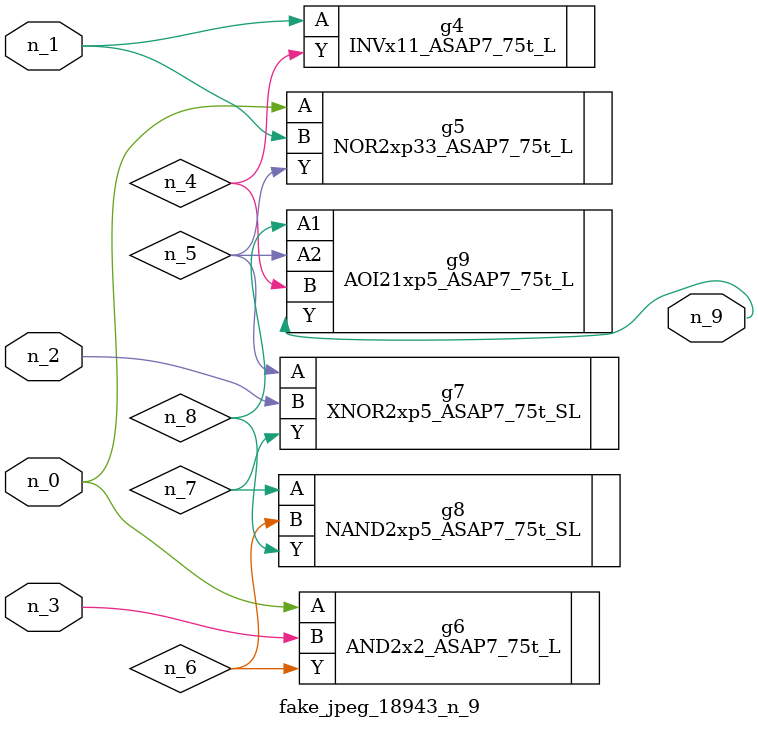
<source format=v>
module fake_jpeg_18943_n_9 (n_0, n_3, n_2, n_1, n_9);

input n_0;
input n_3;
input n_2;
input n_1;

output n_9;

wire n_4;
wire n_8;
wire n_6;
wire n_5;
wire n_7;

INVx11_ASAP7_75t_L g4 ( 
.A(n_1),
.Y(n_4)
);

NOR2xp33_ASAP7_75t_L g5 ( 
.A(n_0),
.B(n_1),
.Y(n_5)
);

AND2x2_ASAP7_75t_L g6 ( 
.A(n_0),
.B(n_3),
.Y(n_6)
);

XNOR2xp5_ASAP7_75t_SL g7 ( 
.A(n_5),
.B(n_2),
.Y(n_7)
);

NAND2xp5_ASAP7_75t_SL g8 ( 
.A(n_7),
.B(n_6),
.Y(n_8)
);

AOI21xp5_ASAP7_75t_L g9 ( 
.A1(n_8),
.A2(n_5),
.B(n_4),
.Y(n_9)
);


endmodule
</source>
